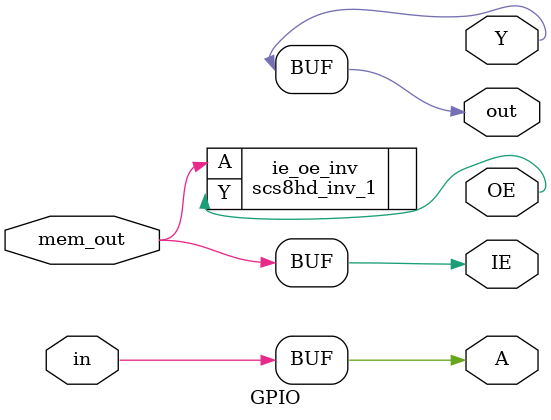
<source format=v>
`timescale 1ns/1ps


//
//
//

module GPIO (A, IE, OE, Y, in, out, mem_out);
    output A;
    output IE;
    output OE;
    output Y;
    input in;
    output out;
    input mem_out;

    assign A = in;
    assign out = Y;
    assign IE = mem_out;
    scs8hd_inv_1 ie_oe_inv (
        .A	(mem_out),
        .Y	(OE) );
endmodule

</source>
